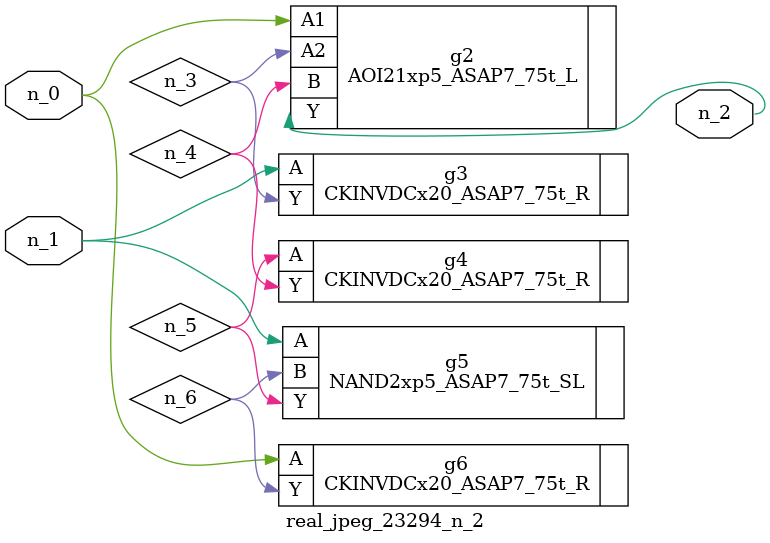
<source format=v>
module real_jpeg_23294_n_2 (n_1, n_0, n_2);

input n_1;
input n_0;

output n_2;

wire n_5;
wire n_4;
wire n_6;
wire n_3;

AOI21xp5_ASAP7_75t_L g2 ( 
.A1(n_0),
.A2(n_3),
.B(n_4),
.Y(n_2)
);

CKINVDCx20_ASAP7_75t_R g6 ( 
.A(n_0),
.Y(n_6)
);

CKINVDCx20_ASAP7_75t_R g3 ( 
.A(n_1),
.Y(n_3)
);

NAND2xp5_ASAP7_75t_SL g5 ( 
.A(n_1),
.B(n_6),
.Y(n_5)
);

CKINVDCx20_ASAP7_75t_R g4 ( 
.A(n_5),
.Y(n_4)
);


endmodule
</source>
